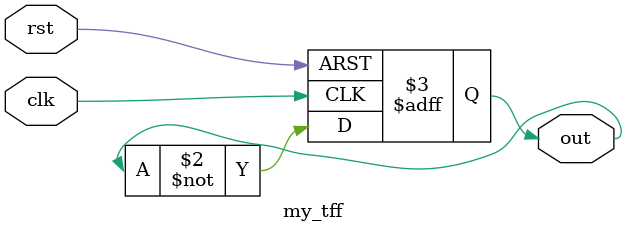
<source format=v>
module my_tff(input clk, input rst, output reg out);
	always@(posedge clk, posedge rst)
		if (rst) out <= 1'b0;
		else out <= ~out;
endmodule
</source>
